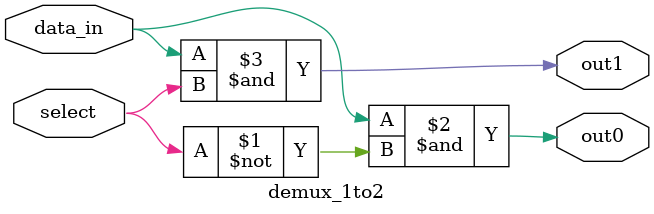
<source format=v>
module demux_1to2 (
  input data_in,
  input select,
  output out0,
  output out1
);

  assign out0 = data_in & ~select;
  assign out1 = data_in & select;

endmodule

</source>
